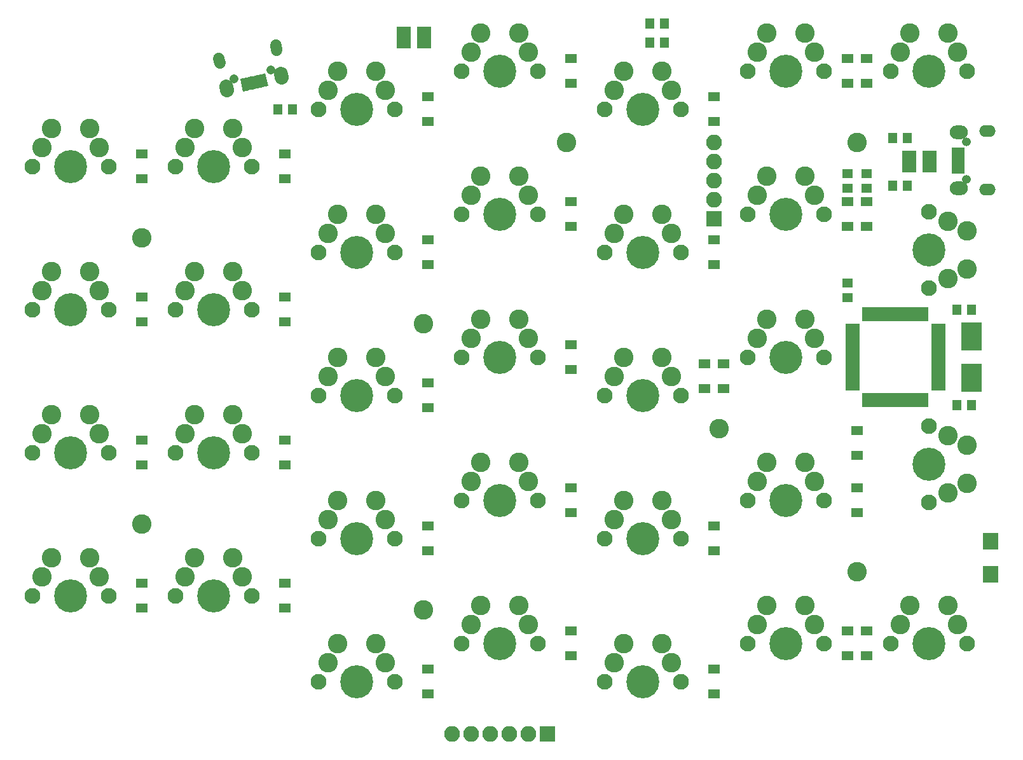
<source format=gbr>
G04 #@! TF.FileFunction,Soldermask,Top*
%FSLAX46Y46*%
G04 Gerber Fmt 4.6, Leading zero omitted, Abs format (unit mm)*
G04 Created by KiCad (PCBNEW 4.0.7+dfsg1-1~bpo9+1) date Sat May 26 14:22:04 2018*
%MOMM*%
%LPD*%
G01*
G04 APERTURE LIST*
%ADD10C,0.100000*%
%ADD11C,2.600000*%
%ADD12C,4.400000*%
%ADD13C,2.100000*%
%ADD14R,2.100000X2.100000*%
%ADD15O,2.100000X2.100000*%
%ADD16C,1.850000*%
%ADD17C,1.550000*%
%ADD18C,1.200000*%
%ADD19R,0.950000X1.900000*%
%ADD20R,1.900000X0.950000*%
%ADD21R,1.960000X1.050000*%
%ADD22R,1.245000X1.400000*%
%ADD23R,2.800000X3.725000*%
%ADD24R,1.400000X1.245000*%
%ADD25R,1.700000X0.850000*%
%ADD26O,2.400000X1.850000*%
%ADD27O,2.200000X1.550000*%
%ADD28O,1.200000X1.200000*%
%ADD29R,2.100000X2.200000*%
%ADD30R,1.600000X1.300000*%
G04 APERTURE END LIST*
D10*
D11*
X154940000Y-52070000D03*
X148590000Y-54610000D03*
D12*
X152400000Y-57150000D03*
D13*
X147320000Y-57150000D03*
X157480000Y-57150000D03*
D11*
X149860000Y-52070000D03*
X156210000Y-54610000D03*
D14*
X142875000Y-57785000D03*
D15*
X142875000Y-55245000D03*
X142875000Y-52705000D03*
X142875000Y-50165000D03*
X142875000Y-47625000D03*
D14*
X120650000Y-126365000D03*
D15*
X118110000Y-126365000D03*
X115570000Y-126365000D03*
X113030000Y-126365000D03*
X110490000Y-126365000D03*
X107950000Y-126365000D03*
D11*
X154940000Y-71120000D03*
X148590000Y-73660000D03*
D12*
X152400000Y-76200000D03*
D13*
X147320000Y-76200000D03*
X157480000Y-76200000D03*
D11*
X149860000Y-71120000D03*
X156210000Y-73660000D03*
X97790000Y-38100000D03*
X91440000Y-40640000D03*
D12*
X95250000Y-43180000D03*
D13*
X90170000Y-43180000D03*
X100330000Y-43180000D03*
D11*
X92710000Y-38100000D03*
X99060000Y-40640000D03*
D10*
G36*
X83119646Y-38412952D02*
X83496279Y-40070706D01*
X82667402Y-40259022D01*
X82290769Y-38601268D01*
X83119646Y-38412952D01*
X83119646Y-38412952D01*
G37*
G36*
X82485799Y-38556958D02*
X82862432Y-40214712D01*
X82033555Y-40403028D01*
X81656922Y-38745274D01*
X82485799Y-38556958D01*
X82485799Y-38556958D01*
G37*
G36*
X81851952Y-38700965D02*
X82228585Y-40358719D01*
X81399708Y-40547035D01*
X81023075Y-38889281D01*
X81851952Y-38700965D01*
X81851952Y-38700965D01*
G37*
G36*
X81218105Y-38844971D02*
X81594738Y-40502725D01*
X80765861Y-40691041D01*
X80389228Y-39033287D01*
X81218105Y-38844971D01*
X81218105Y-38844971D01*
G37*
G36*
X80584258Y-38988978D02*
X80960891Y-40646732D01*
X80132014Y-40835048D01*
X79755381Y-39177294D01*
X80584258Y-38988978D01*
X80584258Y-38988978D01*
G37*
D16*
X85308110Y-39018140D02*
X85186258Y-38481808D01*
X78043247Y-40668676D02*
X77921395Y-40132344D01*
D17*
X84623575Y-35328098D02*
X84479569Y-34694250D01*
X77066168Y-37045099D02*
X76922162Y-36411251D01*
D18*
X83820000Y-37997464D02*
X83820000Y-37997464D01*
X78944253Y-39105207D02*
X78944253Y-39105207D01*
D19*
X163005000Y-81900000D03*
X163805000Y-81900000D03*
X164605000Y-81900000D03*
X165405000Y-81900000D03*
X166205000Y-81900000D03*
X167005000Y-81900000D03*
X167805000Y-81900000D03*
X168605000Y-81900000D03*
X169405000Y-81900000D03*
X170205000Y-81900000D03*
X171005000Y-81900000D03*
D20*
X172705000Y-80200000D03*
X172705000Y-79400000D03*
X172705000Y-78600000D03*
X172705000Y-77800000D03*
X172705000Y-77000000D03*
X172705000Y-76200000D03*
X172705000Y-75400000D03*
X172705000Y-74600000D03*
X172705000Y-73800000D03*
X172705000Y-73000000D03*
X172705000Y-72200000D03*
D19*
X171005000Y-70500000D03*
X170205000Y-70500000D03*
X169405000Y-70500000D03*
X168605000Y-70500000D03*
X167805000Y-70500000D03*
X167005000Y-70500000D03*
X166205000Y-70500000D03*
X165405000Y-70500000D03*
X164605000Y-70500000D03*
X163805000Y-70500000D03*
X163005000Y-70500000D03*
D20*
X161305000Y-72200000D03*
X161305000Y-73000000D03*
X161305000Y-73800000D03*
X161305000Y-74600000D03*
X161305000Y-75400000D03*
X161305000Y-76200000D03*
X161305000Y-77000000D03*
X161305000Y-77800000D03*
X161305000Y-78600000D03*
X161305000Y-79400000D03*
X161305000Y-80200000D03*
D21*
X171530000Y-51115000D03*
X171530000Y-50165000D03*
X171530000Y-49215000D03*
X168830000Y-49215000D03*
X168830000Y-51115000D03*
X168830000Y-50165000D03*
D22*
X168602500Y-53340000D03*
X166677500Y-53340000D03*
X84762500Y-43180000D03*
X86687500Y-43180000D03*
D21*
X101520000Y-32705000D03*
X101520000Y-33655000D03*
X101520000Y-34605000D03*
X104220000Y-34605000D03*
X104220000Y-32705000D03*
X104220000Y-33655000D03*
D11*
X78740000Y-45720000D03*
X72390000Y-48260000D03*
D12*
X76200000Y-50800000D03*
D13*
X71120000Y-50800000D03*
X81280000Y-50800000D03*
D11*
X73660000Y-45720000D03*
X80010000Y-48260000D03*
X135890000Y-38100000D03*
X129540000Y-40640000D03*
D12*
X133350000Y-43180000D03*
D13*
X128270000Y-43180000D03*
X138430000Y-43180000D03*
D11*
X130810000Y-38100000D03*
X137160000Y-40640000D03*
X154940000Y-33020000D03*
X148590000Y-35560000D03*
D12*
X152400000Y-38100000D03*
D13*
X147320000Y-38100000D03*
X157480000Y-38100000D03*
D11*
X149860000Y-33020000D03*
X156210000Y-35560000D03*
X173990000Y-33020000D03*
X167640000Y-35560000D03*
D12*
X171450000Y-38100000D03*
D13*
X166370000Y-38100000D03*
X176530000Y-38100000D03*
D11*
X168910000Y-33020000D03*
X175260000Y-35560000D03*
X78740000Y-64770000D03*
X72390000Y-67310000D03*
D12*
X76200000Y-69850000D03*
D13*
X71120000Y-69850000D03*
X81280000Y-69850000D03*
D11*
X73660000Y-64770000D03*
X80010000Y-67310000D03*
X97790000Y-57150000D03*
X91440000Y-59690000D03*
D12*
X95250000Y-62230000D03*
D13*
X90170000Y-62230000D03*
X100330000Y-62230000D03*
D11*
X92710000Y-57150000D03*
X99060000Y-59690000D03*
X116840000Y-52070000D03*
X110490000Y-54610000D03*
D12*
X114300000Y-57150000D03*
D13*
X109220000Y-57150000D03*
X119380000Y-57150000D03*
D11*
X111760000Y-52070000D03*
X118110000Y-54610000D03*
X135890000Y-57150000D03*
X129540000Y-59690000D03*
D12*
X133350000Y-62230000D03*
D13*
X128270000Y-62230000D03*
X138430000Y-62230000D03*
D11*
X130810000Y-57150000D03*
X137160000Y-59690000D03*
X78740000Y-83820000D03*
X72390000Y-86360000D03*
D12*
X76200000Y-88900000D03*
D13*
X71120000Y-88900000D03*
X81280000Y-88900000D03*
D11*
X73660000Y-83820000D03*
X80010000Y-86360000D03*
X97790000Y-76200000D03*
X91440000Y-78740000D03*
D12*
X95250000Y-81280000D03*
D13*
X90170000Y-81280000D03*
X100330000Y-81280000D03*
D11*
X92710000Y-76200000D03*
X99060000Y-78740000D03*
X116840000Y-71120000D03*
X110490000Y-73660000D03*
D12*
X114300000Y-76200000D03*
D13*
X109220000Y-76200000D03*
X119380000Y-76200000D03*
D11*
X111760000Y-71120000D03*
X118110000Y-73660000D03*
X135890000Y-76200000D03*
X129540000Y-78740000D03*
D12*
X133350000Y-81280000D03*
D13*
X128270000Y-81280000D03*
X138430000Y-81280000D03*
D11*
X130810000Y-76200000D03*
X137160000Y-78740000D03*
X78740000Y-102870000D03*
X72390000Y-105410000D03*
D12*
X76200000Y-107950000D03*
D13*
X71120000Y-107950000D03*
X81280000Y-107950000D03*
D11*
X73660000Y-102870000D03*
X80010000Y-105410000D03*
X97790000Y-95250000D03*
X91440000Y-97790000D03*
D12*
X95250000Y-100330000D03*
D13*
X90170000Y-100330000D03*
X100330000Y-100330000D03*
D11*
X92710000Y-95250000D03*
X99060000Y-97790000D03*
X116840000Y-90170000D03*
X110490000Y-92710000D03*
D12*
X114300000Y-95250000D03*
D13*
X109220000Y-95250000D03*
X119380000Y-95250000D03*
D11*
X111760000Y-90170000D03*
X118110000Y-92710000D03*
X135890000Y-95250000D03*
X129540000Y-97790000D03*
D12*
X133350000Y-100330000D03*
D13*
X128270000Y-100330000D03*
X138430000Y-100330000D03*
D11*
X130810000Y-95250000D03*
X137160000Y-97790000D03*
X154940000Y-90170000D03*
X148590000Y-92710000D03*
D12*
X152400000Y-95250000D03*
D13*
X147320000Y-95250000D03*
X157480000Y-95250000D03*
D11*
X149860000Y-90170000D03*
X156210000Y-92710000D03*
X97790000Y-114300000D03*
X91440000Y-116840000D03*
D12*
X95250000Y-119380000D03*
D13*
X90170000Y-119380000D03*
X100330000Y-119380000D03*
D11*
X92710000Y-114300000D03*
X99060000Y-116840000D03*
X116840000Y-109220000D03*
X110490000Y-111760000D03*
D12*
X114300000Y-114300000D03*
D13*
X109220000Y-114300000D03*
X119380000Y-114300000D03*
D11*
X111760000Y-109220000D03*
X118110000Y-111760000D03*
X135890000Y-114300000D03*
X129540000Y-116840000D03*
D12*
X133350000Y-119380000D03*
D13*
X128270000Y-119380000D03*
X138430000Y-119380000D03*
D11*
X130810000Y-114300000D03*
X137160000Y-116840000D03*
X154940000Y-109220000D03*
X148590000Y-111760000D03*
D12*
X152400000Y-114300000D03*
D13*
X147320000Y-114300000D03*
X157480000Y-114300000D03*
D11*
X149860000Y-109220000D03*
X156210000Y-111760000D03*
X173990000Y-109220000D03*
X167640000Y-111760000D03*
D12*
X171450000Y-114300000D03*
D13*
X166370000Y-114300000D03*
X176530000Y-114300000D03*
D11*
X168910000Y-109220000D03*
X175260000Y-111760000D03*
X59690000Y-45720000D03*
X53340000Y-48260000D03*
D12*
X57150000Y-50800000D03*
D13*
X52070000Y-50800000D03*
X62230000Y-50800000D03*
D11*
X54610000Y-45720000D03*
X60960000Y-48260000D03*
X59690000Y-64770000D03*
X53340000Y-67310000D03*
D12*
X57150000Y-69850000D03*
D13*
X52070000Y-69850000D03*
X62230000Y-69850000D03*
D11*
X54610000Y-64770000D03*
X60960000Y-67310000D03*
X59690000Y-83820000D03*
X53340000Y-86360000D03*
D12*
X57150000Y-88900000D03*
D13*
X52070000Y-88900000D03*
X62230000Y-88900000D03*
D11*
X54610000Y-83820000D03*
X60960000Y-86360000D03*
X59690000Y-102870000D03*
X53340000Y-105410000D03*
D12*
X57150000Y-107950000D03*
D13*
X52070000Y-107950000D03*
X62230000Y-107950000D03*
D11*
X54610000Y-102870000D03*
X60960000Y-105410000D03*
X116840000Y-33020000D03*
X110490000Y-35560000D03*
D12*
X114300000Y-38100000D03*
D13*
X109220000Y-38100000D03*
X119380000Y-38100000D03*
D11*
X111760000Y-33020000D03*
X118110000Y-35560000D03*
D23*
X177165000Y-73437500D03*
X177165000Y-78962500D03*
D24*
X160655000Y-51742500D03*
X160655000Y-53667500D03*
X163195000Y-51742500D03*
X163195000Y-53667500D03*
X160655000Y-68272500D03*
X160655000Y-66347500D03*
D22*
X134292500Y-31750000D03*
X136217500Y-31750000D03*
X134292500Y-34290000D03*
X136217500Y-34290000D03*
X177165000Y-82550000D03*
X175240000Y-82550000D03*
X177165000Y-69850000D03*
X175240000Y-69850000D03*
D25*
X175392000Y-51300000D03*
X175392000Y-50650000D03*
X175392000Y-50000000D03*
X175392000Y-49350000D03*
X175392000Y-48700000D03*
D26*
X175442000Y-53725000D03*
X175442000Y-46275000D03*
D27*
X179242000Y-53875000D03*
X179242000Y-46125000D03*
D28*
X176492000Y-52500000D03*
X176492000Y-47500000D03*
D11*
X66675000Y-98425000D03*
X161925000Y-104775000D03*
X161925000Y-47625000D03*
X66675000Y-60325000D03*
X104140000Y-109855000D03*
X123190000Y-47625000D03*
X104140000Y-71755000D03*
X143510000Y-85725000D03*
D22*
X168602500Y-46990000D03*
X166677500Y-46990000D03*
D29*
X179705000Y-100670000D03*
X179705000Y-105070000D03*
D11*
X176530000Y-64452500D03*
X173990000Y-58102500D03*
D12*
X171450000Y-61912500D03*
D13*
X171450000Y-56832500D03*
X171450000Y-66992500D03*
D11*
X176530000Y-59372500D03*
X173990000Y-65722500D03*
X176530000Y-93027500D03*
X173990000Y-86677500D03*
D12*
X171450000Y-90487500D03*
D13*
X171450000Y-85407500D03*
X171450000Y-95567500D03*
D11*
X176530000Y-87947500D03*
X173990000Y-94297500D03*
D30*
X66675000Y-52450000D03*
X66675000Y-49150000D03*
X85725000Y-52450000D03*
X85725000Y-49150000D03*
X104775000Y-44830000D03*
X104775000Y-41530000D03*
X123825000Y-39750000D03*
X123825000Y-36450000D03*
X142875000Y-44830000D03*
X142875000Y-41530000D03*
X160655000Y-39750000D03*
X160655000Y-36450000D03*
X163195000Y-39750000D03*
X163195000Y-36450000D03*
X66675000Y-71500000D03*
X66675000Y-68200000D03*
X85725000Y-71500000D03*
X85725000Y-68200000D03*
X104775000Y-63880000D03*
X104775000Y-60580000D03*
X123825000Y-58800000D03*
X123825000Y-55500000D03*
X142875000Y-63880000D03*
X142875000Y-60580000D03*
X160655000Y-58800000D03*
X160655000Y-55500000D03*
X163195000Y-58800000D03*
X163195000Y-55500000D03*
X66675000Y-90550000D03*
X66675000Y-87250000D03*
X85725000Y-90550000D03*
X85725000Y-87250000D03*
X104775000Y-82930000D03*
X104775000Y-79630000D03*
X123825000Y-77850000D03*
X123825000Y-74550000D03*
X141605000Y-80390000D03*
X141605000Y-77090000D03*
X144145000Y-80390000D03*
X144145000Y-77090000D03*
X66675000Y-109600000D03*
X66675000Y-106300000D03*
X85725000Y-109600000D03*
X85725000Y-106300000D03*
X104775000Y-101980000D03*
X104775000Y-98680000D03*
X123825000Y-96900000D03*
X123825000Y-93600000D03*
X142875000Y-101980000D03*
X142875000Y-98680000D03*
X161925000Y-96900000D03*
X161925000Y-93600000D03*
X161925000Y-89280000D03*
X161925000Y-85980000D03*
X104775000Y-121030000D03*
X104775000Y-117730000D03*
X123825000Y-115950000D03*
X123825000Y-112650000D03*
X142875000Y-121030000D03*
X142875000Y-117730000D03*
X160655000Y-115950000D03*
X160655000Y-112650000D03*
X163195000Y-115950000D03*
X163195000Y-112650000D03*
M02*

</source>
